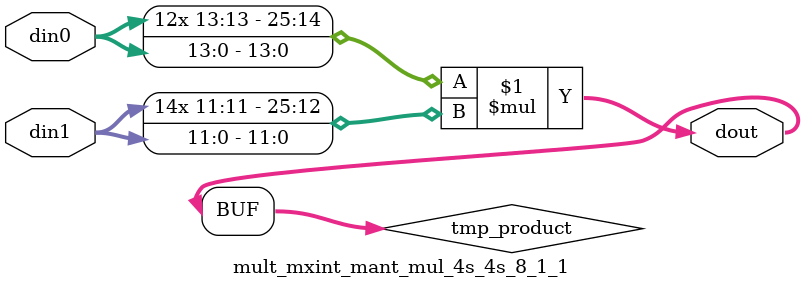
<source format=v>

`timescale 1 ns / 1 ps

 module mult_mxint_mant_mul_4s_4s_8_1_1(din0, din1, dout);
parameter ID = 1;
parameter NUM_STAGE = 0;
parameter din0_WIDTH = 14;
parameter din1_WIDTH = 12;
parameter dout_WIDTH = 26;

input [din0_WIDTH - 1 : 0] din0; 
input [din1_WIDTH - 1 : 0] din1; 
output [dout_WIDTH - 1 : 0] dout;

wire signed [dout_WIDTH - 1 : 0] tmp_product;



























assign tmp_product = $signed(din0) * $signed(din1);








assign dout = tmp_product;





















endmodule

</source>
